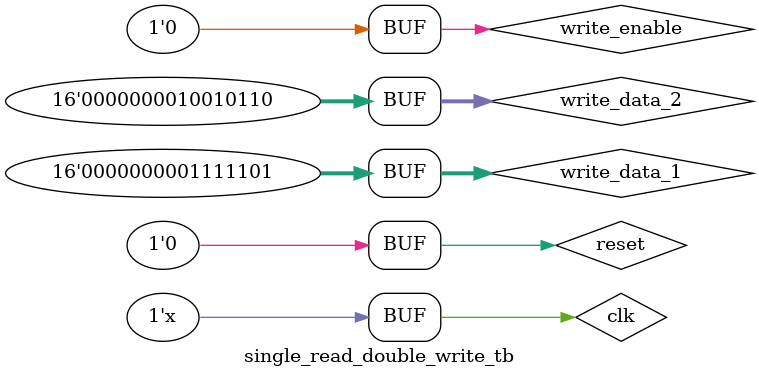
<source format=v>
module single_read_double_write #(parameter width = 16) (input [width - 1:0] write_data_1, write_data_2, input write_enable, clk, reset, output reg [width - 1:0] read_data);
	reg state;
	initial state = 1'b0;
	reg [width - 1:0] register;
	initial register = 16'b0;
	always@(posedge clk or posedge reset) 
		begin
			if(reset) 
				begin
					register = 16'b0;
					read_data = 16'bx;
					state = 1'b0;
				end
			else 
				begin
					if(write_enable) begin
						if(state == 1'b0) 
							begin
								register = write_data_1;
								state = 1'b1;
							end
						else 
							begin
								register = write_data_2;
								state = 1'b0;
							end
					end
					else 
						begin
							read_data = register;
						end
				end
		end
endmodule

module single_read_double_write_tb #(parameter width = 16);
	reg [width - 1:0] write_data_1, write_data_2;
	reg write_enable, clk, reset;
	wire [width - 1:0] read_data;
	single_read_double_write instance1 (write_data_1, write_data_2, write_enable, clk, reset, read_data);
	initial clk = 1'b1;
	initial 
		begin
			write_data_1 = 25;
			write_data_2 = 50;
			write_enable = 1;
			reset = 0;
			#10;
			
			write_data_1 = 50;
			write_data_2 = 75;
			write_enable = 1;
			reset = 0;
			#10;
			
			write_data_1 = 75;
			write_data_2 = 100;
			write_enable = 0;
			reset = 0;
			#10;
			
			write_data_1 = 100;
			write_data_2 = 125;
			write_enable = 1;
			reset = 0;
			#10;
			
			write_data_1 = 125;
			write_data_2 = 150;
			write_enable = 0;
			reset = 0;
			#10;
		end
	always #5 clk<=~clk;
	
endmodule
</source>
